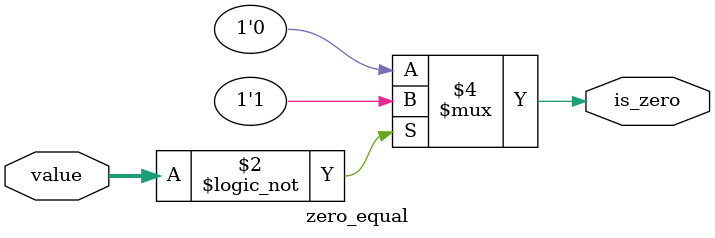
<source format=sv>
`timescale 1ns/10ps

module zero_equal (value, is_zero);
	input logic [63:0] value;
	output logic is_zero;
	
	always_comb begin
		if (value == 0)
			is_zero = 1;
		else 
			is_zero = 0;
	end
endmodule

</source>
